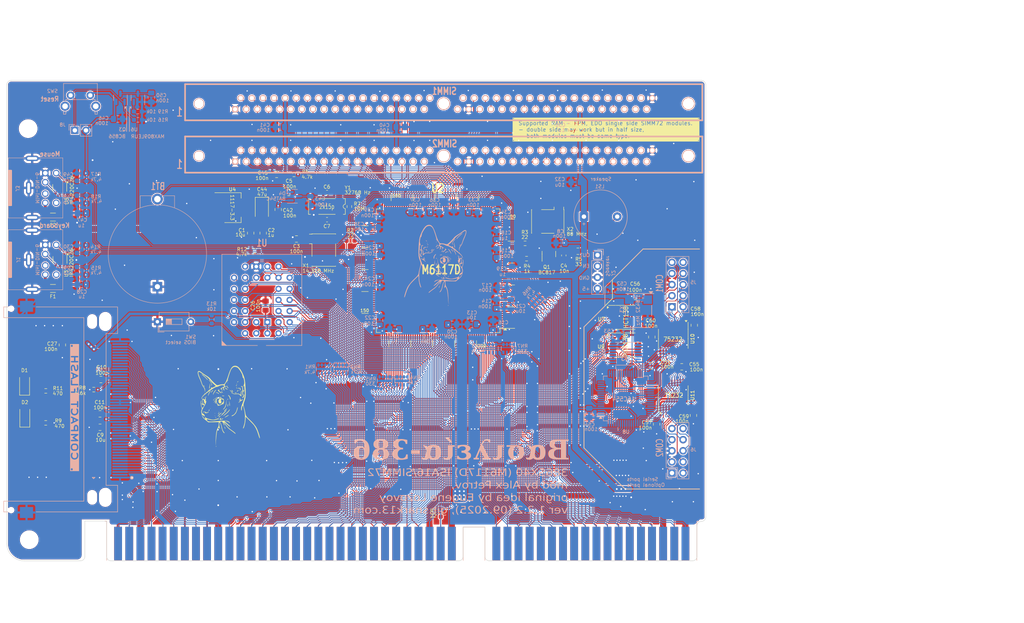
<source format=kicad_pcb>
(kicad_pcb
	(version 20241229)
	(generator "pcbnew")
	(generator_version "9.0")
	(general
		(thickness 1.6)
		(legacy_teardrops no)
	)
	(paper "A4")
	(title_block
		(title "Basilea 386SX (M6117D) Mainboard ISA16 SIMM72")
		(date "2025-08-09")
		(rev "1.1.5")
		(company "Alexander Petrov")
	)
	(layers
		(0 "F.Cu" signal)
		(2 "B.Cu" signal)
		(9 "F.Adhes" user "F.Adhesive")
		(11 "B.Adhes" user "B.Adhesive")
		(13 "F.Paste" user)
		(15 "B.Paste" user)
		(5 "F.SilkS" user "F.Silkscreen")
		(7 "B.SilkS" user "B.Silkscreen")
		(1 "F.Mask" user)
		(3 "B.Mask" user)
		(17 "Dwgs.User" user "User.Drawings")
		(19 "Cmts.User" user "User.Comments")
		(21 "Eco1.User" user "User.Eco1")
		(23 "Eco2.User" user "User.Eco2")
		(25 "Edge.Cuts" user)
		(27 "Margin" user)
		(31 "F.CrtYd" user "F.Courtyard")
		(29 "B.CrtYd" user "B.Courtyard")
		(35 "F.Fab" user)
		(33 "B.Fab" user)
	)
	(setup
		(stackup
			(layer "F.SilkS"
				(type "Top Silk Screen")
			)
			(layer "F.Paste"
				(type "Top Solder Paste")
			)
			(layer "F.Mask"
				(type "Top Solder Mask")
				(color "Blue")
				(thickness 0.01)
			)
			(layer "F.Cu"
				(type "copper")
				(thickness 0.035)
			)
			(layer "dielectric 1"
				(type "core")
				(thickness 1.51)
				(material "FR4")
				(epsilon_r 4.5)
				(loss_tangent 0.02)
			)
			(layer "B.Cu"
				(type "copper")
				(thickness 0.035)
			)
			(layer "B.Mask"
				(type "Bottom Solder Mask")
				(color "Blue")
				(thickness 0.01)
			)
			(layer "B.Paste"
				(type "Bottom Solder Paste")
			)
			(layer "B.SilkS"
				(type "Bottom Silk Screen")
			)
			(copper_finish "None")
			(dielectric_constraints no)
		)
		(pad_to_mask_clearance 0)
		(allow_soldermask_bridges_in_footprints yes)
		(tenting front back)
		(grid_origin 149.4 47.6)
		(pcbplotparams
			(layerselection 0x00000000_00000000_55555555_575555ff)
			(plot_on_all_layers_selection 0x00000000_00000000_00000000_00000000)
			(disableapertmacros no)
			(usegerberextensions yes)
			(usegerberattributes yes)
			(usegerberadvancedattributes yes)
			(creategerberjobfile yes)
			(dashed_line_dash_ratio 12.000000)
			(dashed_line_gap_ratio 3.000000)
			(svgprecision 6)
			(plotframeref no)
			(mode 1)
			(useauxorigin no)
			(hpglpennumber 1)
			(hpglpenspeed 20)
			(hpglpendiameter 15.000000)
			(pdf_front_fp_property_popups yes)
			(pdf_back_fp_property_popups yes)
			(pdf_metadata yes)
			(pdf_single_document no)
			(dxfpolygonmode yes)
			(dxfimperialunits yes)
			(dxfusepcbnewfont yes)
			(psnegative no)
			(psa4output no)
			(plot_black_and_white yes)
			(sketchpadsonfab no)
			(plotpadnumbers no)
			(hidednponfab no)
			(sketchdnponfab yes)
			(crossoutdnponfab yes)
			(subtractmaskfromsilk yes)
			(outputformat 1)
			(mirror no)
			(drillshape 0)
			(scaleselection 1)
			(outputdirectory "out/basilea-0.5")
		)
	)
	(net 0 "")
	(net 1 "GND")
	(net 2 "+5V")
	(net 3 "Net-(Q1-C)")
	(net 4 "/DACK1")
	(net 5 "/DACK0")
	(net 6 "Net-(U2-XTAL1)")
	(net 7 "Net-(U2-XTAL2)")
	(net 8 "+BATT")
	(net 9 "+3V3")
	(net 10 "/MEMW")
	(net 11 "/MEMR")
	(net 12 "/REFRESH")
	(net 13 "/MEMCS16")
	(net 14 "/MASTER")
	(net 15 "/IOCS16")
	(net 16 "/DACK5")
	(net 17 "/TC")
	(net 18 "/IOCHRDY")
	(net 19 "/AEN")
	(net 20 "/SD8")
	(net 21 "/SD9")
	(net 22 "/SD10")
	(net 23 "/SD11")
	(net 24 "/SD12")
	(net 25 "/SD13")
	(net 26 "/SD14")
	(net 27 "/SD15")
	(net 28 "/KBSJ")
	(net 29 "/XD7")
	(net 30 "/XD6")
	(net 31 "/XD5")
	(net 32 "/XD4")
	(net 33 "/XD3")
	(net 34 "/BD15")
	(net 35 "/BD14")
	(net 36 "/BD13")
	(net 37 "/BD12")
	(net 38 "/BD11")
	(net 39 "/BD10")
	(net 40 "/BD9")
	(net 41 "/BD8")
	(net 42 "/BD7")
	(net 43 "/BD6")
	(net 44 "/BD5")
	(net 45 "/BD4")
	(net 46 "/BD3")
	(net 47 "/BD2")
	(net 48 "/BD1")
	(net 49 "/BD0")
	(net 50 "/XD2")
	(net 51 "/XD1")
	(net 52 "/XD0")
	(net 53 "/SD7")
	(net 54 "/SD6")
	(net 55 "/SD5")
	(net 56 "/SD4")
	(net 57 "/SD3")
	(net 58 "/SD2")
	(net 59 "/SD1")
	(net 60 "/SD0")
	(net 61 "/SA15")
	(net 62 "/SA14")
	(net 63 "/SA13")
	(net 64 "/SA12")
	(net 65 "/SA11")
	(net 66 "/SA10")
	(net 67 "/SA9")
	(net 68 "/SA8")
	(net 69 "/SA7")
	(net 70 "/SA6")
	(net 71 "/SA5")
	(net 72 "/SA4")
	(net 73 "/SA3")
	(net 74 "/SA2")
	(net 75 "/SA1")
	(net 76 "/SA0")
	(net 77 "/SPKR")
	(net 78 "/WEJ")
	(net 79 "/RASJ0")
	(net 80 "/MA0")
	(net 81 "/MA1")
	(net 82 "/MA2")
	(net 83 "/MA3")
	(net 84 "/MA4")
	(net 85 "/MA5")
	(net 86 "/MA6")
	(net 87 "/MA7")
	(net 88 "/MA8")
	(net 89 "/MA9")
	(net 90 "/CAS0J1")
	(net 91 "/CAS0J0")
	(net 92 "/CAS1J0")
	(net 93 "/CAS1J1")
	(net 94 "/RASJ1")
	(net 95 "/MSCLK")
	(net 96 "/KBCLK")
	(net 97 "/KBDAT")
	(net 98 "/MSDAT")
	(net 99 "unconnected-(CON1-~{CD2}-Pad25)")
	(net 100 "/LA23")
	(net 101 "/LA22")
	(net 102 "/LA21")
	(net 103 "/LA20")
	(net 104 "/LA19")
	(net 105 "/LA18")
	(net 106 "/LA17")
	(net 107 "-12V")
	(net 108 "+12V")
	(net 109 "/SMEMW")
	(net 110 "/IOW")
	(net 111 "/SMEMR")
	(net 112 "/RESETL")
	(net 113 "/IRQ14")
	(net 114 "/IOR")
	(net 115 "/HDCS0")
	(net 116 "/HDCS1")
	(net 117 "unconnected-(CON1-~{CD1}-Pad26)")
	(net 118 "/~{CF_BUSY}")
	(net 119 "unconnected-(CON1-~{VS1}-Pad33)")
	(net 120 "unconnected-(CON1-~{VS2}-Pad40)")
	(net 121 "/DRQ7")
	(net 122 "/DACK7")
	(net 123 "/SBHE")
	(net 124 "/DRQ6")
	(net 125 "/DACK6")
	(net 126 "/DRQ5")
	(net 127 "/DRQ0")
	(net 128 "/DACK2")
	(net 129 "/DRQ1")
	(net 130 "/DRQ3")
	(net 131 "/DACK3")
	(net 132 "/DRQ2")
	(net 133 "Net-(CON1-~{INPACK})")
	(net 134 "unconnected-(CON1-~{PDIAG}-Pad46)")
	(net 135 "/IRQ9")
	(net 136 "/IRQ7")
	(net 137 "/IRQ6")
	(net 138 "/IRQ5")
	(net 139 "/IRQ4")
	(net 140 "/IRQ3")
	(net 141 "/IRQ10")
	(net 142 "/IRQ11")
	(net 143 "/IRQ15")
	(net 144 "/SA19")
	(net 145 "/SA18")
	(net 146 "/SA17")
	(net 147 "/SA16")
	(net 148 "/IOCHK")
	(net 149 "/RSTDRV")
	(net 150 "/NOWS")
	(net 151 "/SYSCLK")
	(net 152 "/BALE")
	(net 153 "/14MHz")
	(net 154 "/CLK2")
	(net 155 "/PWG")
	(net 156 "Net-(D1-K)")
	(net 157 "Net-(D2-K)")
	(net 158 "unconnected-(J1-Pad2)")
	(net 159 "Net-(J8-Pin_1)")
	(net 160 "unconnected-(J1-Pad6)")
	(net 161 "Net-(J2-Pin_1)")
	(net 162 "Net-(J2-Pin_2)")
	(net 163 "unconnected-(J3-Pad6)")
	(net 164 "unconnected-(J3-Pad2)")
	(net 165 "Net-(Q1-B)")
	(net 166 "Net-(U2-OSC14M)")
	(net 167 "Net-(U2-BCLK2)")
	(net 168 "Net-(U1-A17)")
	(net 169 "unconnected-(RN5-R4.1-Pad4)")
	(net 170 "unconnected-(U2-GPIO5-Pad45)")
	(net 171 "unconnected-(U2-GPIO2-Pad42)")
	(net 172 "unconnected-(U2-GPIO0-Pad36)")
	(net 173 "unconnected-(U2-GPIO8-Pad47)")
	(net 174 "unconnected-(U2-GPIO4-Pad44)")
	(net 175 "unconnected-(U2-GPIO9-Pad55)")
	(net 176 "unconnected-(U2-RTCWJ-Pad114)")
	(net 177 "unconnected-(U2-GPIO14-Pad126)")
	(net 178 "unconnected-(U2-GPIO3-Pad43)")
	(net 179 "unconnected-(U2-RTCRJ-Pad115)")
	(net 180 "unconnected-(U2-ENPOWER-Pad35)")
	(net 181 "unconnected-(U2-GPIO7-Pad49)")
	(net 182 "unconnected-(U2-GPIO15-Pad127)")
	(net 183 "unconnected-(U2-GPIO6-Pad48)")
	(net 184 "unconnected-(U2-GPIO13-Pad78)")
	(net 185 "unconnected-(U2-GPIO12-Pad77)")
	(net 186 "unconnected-(U2-GPIO11-Pad57)")
	(net 187 "unconnected-(U2-GPIO1-Pad37)")
	(net 188 "unconnected-(U2-GPCS1J-Pad30)")
	(net 189 "unconnected-(U2-BCLK1-Pad41)")
	(net 190 "unconnected-(U2-GPIO10-Pad56)")
	(net 191 "unconnected-(U2-IRQ8J-Pad116)")
	(net 192 "unconnected-(U2-AS-Pad109)")
	(net 193 "unconnected-(U2-IRQ1{slash}KBINH-Pad124)")
	(net 194 "unconnected-(U2-TESTJ-Pad2)")
	(net 195 "unconnected-(U2-GPCS0J-Pad51)")
	(net 196 "unconnected-(U2-HDENJ-Pad33)")
	(net 197 "unconnected-(U3-Pad6)")
	(net 198 "unconnected-(U3-Pad3)")
	(net 199 "unconnected-(U5-Pad3)")
	(net 200 "unconnected-(U5-Pad6)")
	(net 201 "-5V")
	(net 202 "unconnected-(J4-IRQ12-Pad67)")
	(net 203 "Net-(J4-OSC)")
	(net 204 "/RASJ3")
	(net 205 "/RASJ2")
	(net 206 "/CAS3J1")
	(net 207 "/CAS3J0")
	(net 208 "/CAS2J1")
	(net 209 "/CAS2J0")
	(net 210 "Net-(BT1-+)")
	(net 211 "Net-(Q3-C)")
	(net 212 "unconnected-(SIMM1-PRD2-Pad69)")
	(net 213 "unconnected-(SIMM1-PRD0-Pad67)")
	(net 214 "unconnected-(SIMM1-PRD1-Pad68)")
	(net 215 "unconnected-(SIMM1-PRD3-Pad70)")
	(net 216 "/MA11")
	(net 217 "/MA10")
	(net 218 "unconnected-(SIMM2-PRD3-Pad70)")
	(net 219 "unconnected-(SIMM2-PRD0-Pad67)")
	(net 220 "unconnected-(SIMM2-PRD1-Pad68)")
	(net 221 "unconnected-(SIMM2-PRD2-Pad69)")
	(net 222 "unconnected-(RN3-R3.1-Pad3)")
	(net 223 "/DSR1")
	(net 224 "/RTS1")
	(net 225 "/RI1")
	(net 226 "/TX1")
	(net 227 "/CTS1")
	(net 228 "unconnected-(J5-Pin_10-Pad10)")
	(net 229 "/DCD1")
	(net 230 "/DTR1")
	(net 231 "/RX1")
	(net 232 "/RI2")
	(net 233 "/RX2")
	(net 234 "/DTR2")
	(net 235 "/RTS2")
	(net 236 "/CTS2")
	(net 237 "/DCD2")
	(net 238 "unconnected-(J6-Pin_10-Pad10)")
	(net 239 "/DSR2")
	(net 240 "/TX2")
	(net 241 "unconnected-(U7-O3-Pad12)")
	(net 242 "unconnected-(U7-O4-Pad11)")
	(net 243 "unconnected-(U7-O5-Pad10)")
	(net 244 "unconnected-(U7-O2-Pad13)")
	(net 245 "Net-(U7-O7)")
	(net 246 "unconnected-(U7-O0-Pad15)")
	(net 247 "unconnected-(U7-O1-Pad14)")
	(net 248 "unconnected-(U7-O6-Pad9)")
	(net 249 "/TX_COM1")
	(net 250 "/0x3E8")
	(net 251 "/TX_USB")
	(net 252 "/CTS_USB")
	(net 253 "Net-(U8-XTAL1)")
	(net 254 "/0x3F8")
	(net 255 "/UART_INTA")
	(net 256 "/RX_ESP")
	(net 257 "/RTS_COM1")
	(net 258 "/DSR_USB")
	(net 259 "/DTR_COM1")
	(net 260 "/UART_INTC")
	(net 261 "Net-(U8-CDA#)")
	(net 262 "/TX_ESP")
	(net 263 "/CTS_ESP")
	(net 264 "/UART_INTB")
	(net 265 "/RTS_USB")
	(net 266 "unconnected-(U8-XTAL2-Pad26)")
	(net 267 "/0x2E8")
	(net 268 "/UART_INTD")
	(net 269 "/DSR_COM1")
	(net 270 "/0x2F8")
	(net 271 "/CD_COM1")
	(net 272 "/RX_USB")
	(net 273 "/DSR_COM2")
	(net 274 "/RI_COM2")
	(net 275 "/TX_COM2")
	(net 276 "/DTR_COM2")
	(net 277 "/DTR_USB")
	(net 278 "/RTS_COM2")
	(net 279 "/RI_COM1")
	(net 280 "/CTS_COM1")
	(net 281 "/RX_COM2")
	(net 282 "/RX_COM1")
	(net 283 "/RTS_ESP")
	(net 284 "/CD_COM2")
	(net 285 "/CTS_COM2")
	(net 286 "unconnected-(U9-O1-Pad14)")
	(net 287 "unconnected-(U9-O2-Pad13)")
	(net 288 "unconnected-(U9-O0-Pad15)")
	(net 289 "unconnected-(U9-O3-Pad12)")
	(net 290 "unconnected-(U12-Pad6)")
	(net 291 "unconnected-(U12-Pad3)")
	(net 292 "unconnected-(SIMM1-NC{slash}~{RAS3}-Pad33)")
	(net 293 "unconnected-(SIMM1-NC{slash}~{RAS1}-Pad45)")
	(net 294 "unconnected-(SIMM2-NC{slash}~{RAS3}-Pad33)")
	(net 295 "unconnected-(SIMM2-NC{slash}~{RAS1}-Pad45)")
	(net 296 "Net-(F1-Pad2)")
	(net 297 "Net-(F2-Pad2)")
	(footprint "Resistor_SMD:R_0603_1608Metric_Pad0.98x0.95mm_HandSolder" (layer "F.Cu") (at 76.4 93.9))
	(footprint "Resistor_SMD:R_0805_2012Metric_Pad1.20x1.40mm_HandSolder" (layer "F.Cu") (at 150.2 94 180))
	(footprint "Package_SO:TSSOP-16_4.4x5mm_P0.65mm" (layer "F.Cu") (at 161.1 109.1))
	(footprint "Capacitor_SMD:C_0805_2012Metric_Pad1.18x1.45mm_HandSolder" (layer "F.Cu") (at 176.6034 131.4962 -90))
	(footprint "Resistor_SMD:R_0603_1608Metric_Pad0.98x0.95mm_HandSolder" (layer "F.Cu") (at 85.3939 76.4544))
	(footprint "Resistor_SMD:R_0603_1608Metric_Pad0.98x0.95mm_HandSolder" (layer "F.Cu") (at 118.9 153.7 -90))
	(footprint "Capacitor_Tantalum_SMD:CP_EIA-3528-21_Kemet-B_Pad1.50x2.35mm_HandSolder" (layer "F.Cu") (at 78.0514 84.3284 -90))
	(footprint "Capacitor_SMD:C_0603_1608Metric_Pad1.08x0.95mm_HandSolder" (layer "F.Cu") (at 147 94.9625 -90))
	(footprint "Package_SO:TSSOP-20_4.4x6.5mm_P0.65mm" (layer "F.Cu") (at 172 126.9 90))
	(footprint "MountingHole:MountingHole_3.7mm" (layer "F.Cu") (at 24.686 66))
	(footprint "Capacitor_SMD:C_0805_2012Metric_Pad1.18x1.45mm_HandSolder" (layer "F.Cu") (at 168.2 133.5 -90))
	(footprint "Resistor_SMD:R_0603_1608Metric_Pad0.98x0.95mm_HandSolder" (layer "F.Cu") (at 98.3 91.6 180))
	(footprint "Capacitor_SMD:C_0805_2012Metric_Pad1.18x1.45mm_HandSolder" (layer "F.Cu") (at 75.5 89.8625 90))
	(footprint "Capacitor_SMD:C_0603_1608Metric_Pad1.08x0.95mm_HandSolder" (layer "F.Cu") (at 92.9375 80.6 180))
	(footprint "LED_SMD:LED_1206_3216Metric_Pad1.42x1.75mm_HandSolder" (layer "F.Cu") (at 23.8732 124.4096 90))
	(footprint "Package_TO_SOT_SMD:SOT-223-3_TabPin2" (layer "F.Cu") (at 71.41 84.05))
	(footprint "Capacitor_SMD:C_0805_2012Metric_Pad1.18x1.45mm_HandSolder" (layer "F.Cu") (at 167.053 120.1678 180))
	(footprint "Resistor_SMD:R_0603_1608Metric_Pad0.98x0.95mm_HandSolder" (layer "F.Cu") (at 138.16 92.2))
	(footprint "Package_QFP:PQFP-208_28x28mm_P0.5mm" (layer "F.Cu") (at 118.3225 98.45 180))
	(footprint "Capacitor_SMD:C_0603_1608Metric_Pad1.08x0.95mm_HandSolder" (layer "F.Cu") (at 92.9375 86.8 180))
	(footprint "Capacitor_SMD:C_0805_2012Metric_Pad1.18x1.45mm_HandSolder" (layer "F.Cu") (at 173.9364 120.3964))
	(footprint "my:Oscillator_SMD_7050_7.0x5.0mm" (layer "F.Cu") (at 92.2 93.74 -90))
	(footprint "Capacitor_SMD:C_0805_2012Metric_Pad1.18x1.45mm_HandSolder" (layer "F.Cu") (at 84.2 80.6))
	(footprint "Resistor_SMD:R_0603_1608Metric_Pad0.98x0.95mm_HandSolder" (layer "F.Cu") (at 39.672 125.6 180))
	(footprint "Resistor_SMD:R_0603_1608Metric_Pad0.98x0.95mm_HandSolder" (layer "F.Cu") (at 28.7 133.2))
	(footprint "Package_SO:TSSOP-16_4.4x5mm_P0.65mm" (layer "F.Cu") (at 161.1 115.4))
	(footprint "Capacitor_SMD:C_0805_2012Metric_Pad1.18x1.45mm_HandSolder"
		(layer "F.Cu")
		(uuid "8049c827-459f-478b-bced-29c1ac331ecb")
		(at 78.9 106.4375 -90)
		(descr "Capacitor SMD 0805 (2012 Metric), square (rectangular) end terminal, IPC-7351 nominal with elongated pad for handsoldering. (Body size source: IPC-SM-782 page 76, https://www.pcb-3d.com/wordpress/wp-content/uploads/ipc-sm-782a_amendment_1_and_2.pdf, https://docs.google.com/spreadsheets/d/1BsfQQcO9C6DZCsRaXUlFlo91Tg2WpOkGARC1WS5S8t0/edit?usp=sharing), generated with kicad-footprint-generator")
		(tags "capacitor handsolder")
		(property "Reference" "C26"
			(at -0.0111 2.906 90)
			(layer "F.SilkS")
			(uuid "716456f2-55ab-4926-8a23-fe596cd380d3")
			(effects
				(font
					(size 0.8 0.8)
					(thickness 0.11)
				)
			)
		)
		(property "Value" "100n"
			(at 0 1.68 90)
			(layer "F.SilkS")
			(uuid "599a7ea8-53e4-42cc-ac6c-8aa17bd21ce7")
			(effects
				(font
					(size 0.8 0.8)
					(thickness 0.11)
				)
			)
		)
		(property "Datasheet" "~"
			(at 0 0 90)
			(layer "F.Fab")
			(hide yes)
			(uuid "93a22522-5e3a-4d2f-90af-7ae2727e5ff8")
			(effects
				(font
					(size 1.27 1.27)
					(thickness 0.11)
				)
			)
		)
		(property "Description" ""
			(at 0 0 90)
			(layer "F.Fab")
			(hide yes)
			(uuid "9c35eaf9-33dc-4670-8545-250294f3c145")
			(effects
				(font
					(size 1.27 1.27)
					(thickness 0.11)
				)
			)
		)
		(property ki_fp_filters "C_*")
		(path "/ee68b27a-7bb2-4c3b-a7af-0f2906fa8ca5")
		(sheetname "/")
		(sheetfile "basilea.kicad_sch")
		(attr smd)
		(fp_line
			(start -0.261252 0.735)
			(end 0.261252 0.735)
			(stroke
				(width 0.12)
				(type solid)
			)
			(layer "F.SilkS")
			(uuid "b67958e1-1b51-416e-8730-6d0acde94413")
		)
		(fp_line
			(start -0.261252 -0.735)
			(end 0.261252 -0.735)
			(stroke
				(width 0.12)
				(type solid)
			)
			(layer "F.SilkS")
			(uuid "44f066af-0bbe-44b1-aaba-fabf59a5a39f")
		)
		(fp_line
			(start -1.88 0.98)
			(end -1.88 -0.98)
			(stroke
				(width 0.05)
				(type solid)
			)
			(layer "F.CrtYd")
			(uuid "3321aa51-aa7f-4a49-9dc1-a0d4594c0917")
		)
		(fp_line
			(start 1.88 0.98)
			(end -1.88 0.98)
			(stroke
				(width 0.05)
				(type solid)
			)
			(layer "F.CrtYd")
			(uuid "cd12e024-f0b9-4809-a749-e4a3ecea1ee3")
		)
		(fp_line
			(start -1.88 -0.98)
			(end 1.88 -0.98)
			(stroke
				(width 0.05)
				(type solid)
			)
			(layer "F.CrtYd")
			(uuid "8f2de33f-1612-49fc-833c-1bce344f600c")
		)
		(fp_line
			(start 1.88 -0.98)
			(end 1.88 0.98)
			(stroke
				(width 0.05)
				(type solid)
			)
			(layer "F.CrtYd")
			(uuid "458bf934-ecbd-41c6-981d-9299916a565b")
		)
		(fp_line
			(start -1 0.625)
			(end -1 -0.625)
			(stroke
				(width 0.1)
				(type solid)
			)
			(layer "F.Fab")
			(uuid "ebb5145b-3436-4b85-a270-993a188f9b0b")
		)
		(fp_line
			(start 1 0.625)
			(end -1 0.625)
			(stroke
				(width 0.1)
				(type solid)
			)
			(layer "F.Fab")
			(uuid "9ccb22e5-6c9d-4e8c-8a67-ed05601afce3")
		)
		(fp_line
			(start -1 -0.625)
			(end 1 -0.625)
			(stroke
				(width 0.1)
				(type solid)
			)
			(layer "F.Fab")
			(uuid "1ebf8775-adf4-4111-b4d8-b1da8886a470")
		)
		(fp_line
			(start 1 -0.625)
			(end 1 0.625)
			(stroke
				(width 0.1)
				(type solid)
			)
			(layer "F.Fab")
			(uuid "2fe34ee9-548a-4e25-a6df-9c72203d8c73")
		)
		(fp_text user "${REFERENCE}"
			(at 0 0 90)
			(layer "F.Fab")
			(uuid "e13d91f7-b984-49d1-8821-670431c22a62")
			(effects
				(font
					(size 0.5 0.5)
					(thickness 0.08)
				)
			)
		)
		(pad "1" smd roundrect
			(at -1.0375 0 270)
			(size 1.175 1.45)
			(layers "F.Cu" "F.Mask" "F.Paste")
			(roundrect_rratio 0.212766)
			(net 1 "GND")
			(pintype "passive")
			(uuid "4264f72d-51d0-41bd-8407-e759c91c0894")
		)
		(pad "2" smd roundrect
			(at 1.0375 0 270)
			(size 1.175 1.45)
			(layers "F.Cu" "F.Mask" "F.Paste")
			(roundrect_rratio 0.212766)
			(net 2 "+5V")
			(pintype "passive")
			(uuid "1b1ccd2a-1c5c-4d75-96bc-7a4c4d338c85"
... [3377421 chars truncated]
</source>
